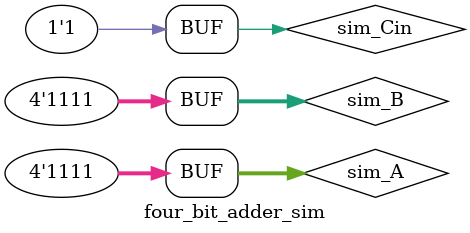
<source format=v>
`timescale 1ns / 1ps


module four_bit_adder_sim(

    );
        
    reg [3:0] sim_A, sim_B;
    reg sim_Cin;
    
    wire [3:0] sim_S;
    wire sim_Cout;
    
    four_bit_adder simulation(.A(sim_A), .B(sim_B), .C0(sim_Cin), .S(sim_S), .C2(sim_Cout));
    
    initial
    begin
        sim_A = 4'b0000 ; sim_B = 4'b0000 ; sim_Cin = 0; #10;
        sim_A = 4'b1010 ; sim_B = 4'b0101 ; sim_Cin = 0; #10;
        sim_A = 4'b0011 ; sim_B = 4'b0011 ; sim_Cin = 0; #10;
        sim_A = 4'b1100 ; sim_B = 4'b0011 ; sim_Cin = 1; #10;
        sim_A = 4'b1111 ; sim_B = 4'b1111 ; sim_Cin = 1; #10;
    end 
endmodule

</source>
